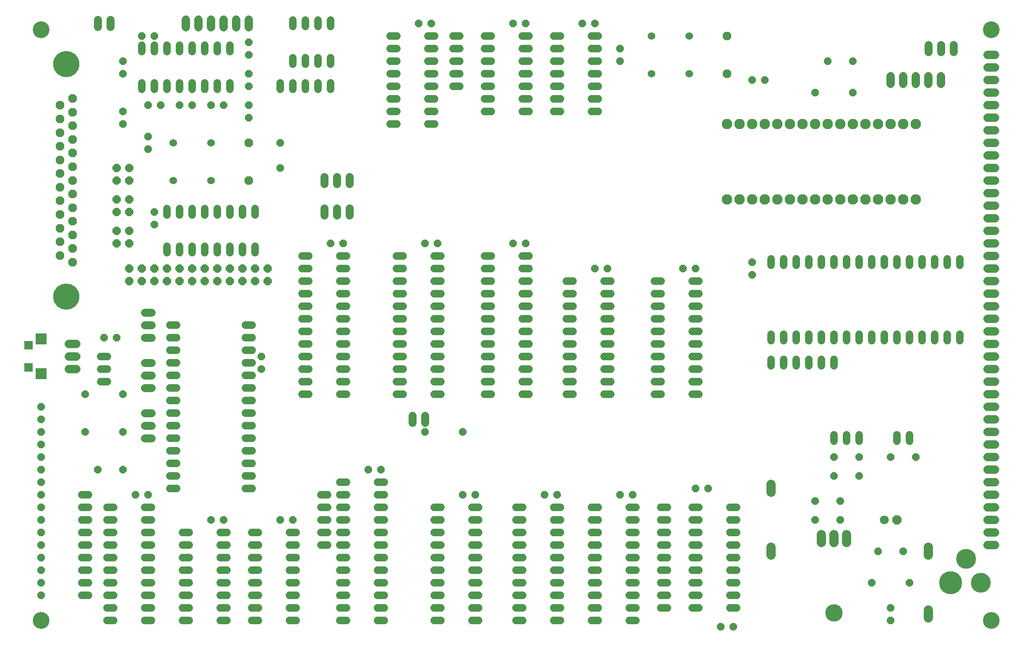
<source format=gts>
G04 EAGLE Gerber RS-274X export*
G75*
%MOMM*%
%FSLAX34Y34*%
%LPD*%
%INSoldermask Top*%
%IPPOS*%
%AMOC8*
5,1,8,0,0,1.08239X$1,22.5*%
G01*
%ADD10C,3.378200*%
%ADD11C,1.879600*%
%ADD12C,3.505200*%
%ADD13P,1.951982X8X22.500000*%
%ADD14C,1.803400*%
%ADD15P,1.649562X8X22.500000*%
%ADD16C,1.524000*%
%ADD17C,1.727200*%
%ADD18C,2.108200*%
%ADD19P,1.649562X8X112.500000*%
%ADD20C,1.524000*%
%ADD21R,1.727200X1.727200*%
%ADD22R,2.298700X2.298700*%
%ADD23P,1.649562X8X292.500000*%
%ADD24P,1.649562X8X202.500000*%
%ADD25P,1.759533X8X292.500000*%
%ADD26C,1.625600*%
%ADD27C,4.648200*%
%ADD28C,4.013200*%
%ADD29P,1.869504X8X112.500000*%
%ADD30C,5.283200*%
%ADD31P,1.869504X8X22.500000*%
%ADD32P,1.759533X8X22.500000*%


D10*
X38100Y38100D03*
X38100Y1231900D03*
X1955800Y1231900D03*
X1955800Y38100D03*
D11*
X1663700Y194818D02*
X1663700Y211582D01*
X1638300Y211582D02*
X1638300Y194818D01*
X1612900Y194818D02*
X1612900Y211582D01*
D12*
X1638300Y53340D03*
D13*
X1765300Y241300D03*
D14*
X1739900Y241300D03*
D15*
X1727200Y177800D03*
X1778000Y177800D03*
X1600200Y279400D03*
X1651000Y279400D03*
X1600200Y241300D03*
X1651000Y241300D03*
D16*
X1511300Y602996D02*
X1511300Y616204D01*
X1536700Y616204D02*
X1536700Y602996D01*
X1663700Y602996D02*
X1663700Y616204D01*
X1689100Y616204D02*
X1689100Y602996D01*
X1562100Y602996D02*
X1562100Y616204D01*
X1587500Y616204D02*
X1587500Y602996D01*
X1638300Y602996D02*
X1638300Y616204D01*
X1612900Y616204D02*
X1612900Y602996D01*
X1714500Y602996D02*
X1714500Y616204D01*
X1739900Y616204D02*
X1739900Y602996D01*
X1765300Y602996D02*
X1765300Y616204D01*
X1790700Y616204D02*
X1790700Y602996D01*
X1816100Y602996D02*
X1816100Y616204D01*
X1841500Y616204D02*
X1841500Y602996D01*
X1866900Y602996D02*
X1866900Y616204D01*
X1892300Y616204D02*
X1892300Y602996D01*
X1892300Y755396D02*
X1892300Y768604D01*
X1866900Y768604D02*
X1866900Y755396D01*
X1841500Y755396D02*
X1841500Y768604D01*
X1816100Y768604D02*
X1816100Y755396D01*
X1790700Y755396D02*
X1790700Y768604D01*
X1765300Y768604D02*
X1765300Y755396D01*
X1739900Y755396D02*
X1739900Y768604D01*
X1714500Y768604D02*
X1714500Y755396D01*
X1689100Y755396D02*
X1689100Y768604D01*
X1663700Y768604D02*
X1663700Y755396D01*
X1638300Y755396D02*
X1638300Y768604D01*
X1612900Y768604D02*
X1612900Y755396D01*
X1587500Y755396D02*
X1587500Y768604D01*
X1562100Y768604D02*
X1562100Y755396D01*
X1536700Y755396D02*
X1536700Y768604D01*
X1511300Y768604D02*
X1511300Y755396D01*
D17*
X1752600Y1122680D02*
X1752600Y1137920D01*
X1778000Y1137920D02*
X1778000Y1122680D01*
X1803400Y1122680D02*
X1803400Y1137920D01*
X1828800Y1137920D02*
X1828800Y1122680D01*
X1854200Y1122680D02*
X1854200Y1137920D01*
D18*
X1422400Y889000D03*
X1447800Y889000D03*
X1473200Y889000D03*
X1498600Y889000D03*
X1524000Y889000D03*
X1549400Y889000D03*
X1574800Y889000D03*
X1600200Y889000D03*
X1625600Y889000D03*
X1651000Y889000D03*
X1676400Y889000D03*
X1701800Y889000D03*
X1727200Y889000D03*
X1752600Y889000D03*
X1778000Y889000D03*
X1803400Y889000D03*
X1803400Y1041400D03*
X1778000Y1041400D03*
X1752600Y1041400D03*
X1727200Y1041400D03*
X1676400Y1041400D03*
X1651000Y1041400D03*
X1625600Y1041400D03*
X1600200Y1041400D03*
X1574800Y1041400D03*
X1549400Y1041400D03*
X1524000Y1041400D03*
X1498600Y1041400D03*
X1473200Y1041400D03*
X1447800Y1041400D03*
X1422400Y1041400D03*
X1701800Y1041400D03*
D15*
X1625600Y1168400D03*
X1676400Y1168400D03*
X152400Y342900D03*
X203200Y342900D03*
D19*
X520700Y952500D03*
X520700Y1003300D03*
D16*
X933196Y774700D02*
X946404Y774700D01*
X946404Y749300D02*
X933196Y749300D01*
X933196Y723900D02*
X946404Y723900D01*
X946404Y698500D02*
X933196Y698500D01*
X933196Y673100D02*
X946404Y673100D01*
X946404Y647700D02*
X933196Y647700D01*
X933196Y622300D02*
X946404Y622300D01*
X946404Y596900D02*
X933196Y596900D01*
X933196Y571500D02*
X946404Y571500D01*
X946404Y546100D02*
X933196Y546100D01*
X933196Y520700D02*
X946404Y520700D01*
X946404Y495300D02*
X933196Y495300D01*
X1009396Y495300D02*
X1022604Y495300D01*
X1022604Y520700D02*
X1009396Y520700D01*
X1009396Y546100D02*
X1022604Y546100D01*
X1022604Y571500D02*
X1009396Y571500D01*
X1009396Y596900D02*
X1022604Y596900D01*
X1022604Y622300D02*
X1009396Y622300D01*
X1009396Y647700D02*
X1022604Y647700D01*
X1022604Y673100D02*
X1009396Y673100D01*
X1009396Y698500D02*
X1022604Y698500D01*
X1022604Y723900D02*
X1009396Y723900D01*
X1009396Y749300D02*
X1022604Y749300D01*
X1022604Y774700D02*
X1009396Y774700D01*
X1072896Y1219200D02*
X1086104Y1219200D01*
X1086104Y1193800D02*
X1072896Y1193800D01*
X1072896Y1066800D02*
X1086104Y1066800D01*
X1149096Y1066800D02*
X1162304Y1066800D01*
X1086104Y1168400D02*
X1072896Y1168400D01*
X1072896Y1143000D02*
X1086104Y1143000D01*
X1086104Y1092200D02*
X1072896Y1092200D01*
X1072896Y1117600D02*
X1086104Y1117600D01*
X1149096Y1092200D02*
X1162304Y1092200D01*
X1162304Y1117600D02*
X1149096Y1117600D01*
X1149096Y1143000D02*
X1162304Y1143000D01*
X1162304Y1168400D02*
X1149096Y1168400D01*
X1149096Y1193800D02*
X1162304Y1193800D01*
X1162304Y1219200D02*
X1149096Y1219200D01*
D20*
X1270000Y1143000D03*
X1346200Y1143000D03*
X1346200Y1219200D03*
X1270000Y1219200D03*
D16*
X768604Y774700D02*
X755396Y774700D01*
X755396Y749300D02*
X768604Y749300D01*
X768604Y723900D02*
X755396Y723900D01*
X755396Y698500D02*
X768604Y698500D01*
X768604Y673100D02*
X755396Y673100D01*
X755396Y647700D02*
X768604Y647700D01*
X768604Y622300D02*
X755396Y622300D01*
X755396Y596900D02*
X768604Y596900D01*
X768604Y571500D02*
X755396Y571500D01*
X755396Y546100D02*
X768604Y546100D01*
X768604Y520700D02*
X755396Y520700D01*
X755396Y495300D02*
X768604Y495300D01*
X831596Y495300D02*
X844804Y495300D01*
X844804Y520700D02*
X831596Y520700D01*
X831596Y546100D02*
X844804Y546100D01*
X844804Y571500D02*
X831596Y571500D01*
X831596Y596900D02*
X844804Y596900D01*
X844804Y622300D02*
X831596Y622300D01*
X831596Y647700D02*
X844804Y647700D01*
X844804Y673100D02*
X831596Y673100D01*
X831596Y698500D02*
X844804Y698500D01*
X844804Y723900D02*
X831596Y723900D01*
X831596Y749300D02*
X844804Y749300D01*
X844804Y774700D02*
X831596Y774700D01*
D21*
X12954Y593979D03*
X12954Y549021D03*
D22*
X37846Y606552D03*
X37846Y536448D03*
D17*
X93980Y546100D02*
X109220Y546100D01*
X109220Y571500D02*
X93980Y571500D01*
X93980Y596900D02*
X109220Y596900D01*
D16*
X158496Y571500D02*
X171704Y571500D01*
X171704Y520700D02*
X158496Y520700D01*
X158496Y546100D02*
X171704Y546100D01*
D23*
X127000Y495300D03*
X127000Y419100D03*
D16*
X1149096Y266700D02*
X1162304Y266700D01*
X1162304Y241300D02*
X1149096Y241300D01*
X1149096Y114300D02*
X1162304Y114300D01*
X1162304Y88900D02*
X1149096Y88900D01*
X1149096Y215900D02*
X1162304Y215900D01*
X1162304Y190500D02*
X1149096Y190500D01*
X1149096Y139700D02*
X1162304Y139700D01*
X1162304Y165100D02*
X1149096Y165100D01*
X1149096Y63500D02*
X1162304Y63500D01*
X1162304Y38100D02*
X1149096Y38100D01*
X1225296Y38100D02*
X1238504Y38100D01*
X1238504Y63500D02*
X1225296Y63500D01*
X1225296Y88900D02*
X1238504Y88900D01*
X1238504Y114300D02*
X1225296Y114300D01*
X1225296Y139700D02*
X1238504Y139700D01*
X1238504Y165100D02*
X1225296Y165100D01*
X1225296Y190500D02*
X1238504Y190500D01*
X1238504Y215900D02*
X1225296Y215900D01*
X1225296Y241300D02*
X1238504Y241300D01*
X1238504Y266700D02*
X1225296Y266700D01*
X1288796Y266700D02*
X1302004Y266700D01*
X1302004Y241300D02*
X1288796Y241300D01*
X1288796Y215900D02*
X1302004Y215900D01*
X1302004Y190500D02*
X1288796Y190500D01*
X1288796Y165100D02*
X1302004Y165100D01*
X1302004Y139700D02*
X1288796Y139700D01*
X1288796Y114300D02*
X1302004Y114300D01*
X1302004Y88900D02*
X1288796Y88900D01*
X1288796Y63500D02*
X1302004Y63500D01*
X1111504Y723900D02*
X1098296Y723900D01*
X1098296Y698500D02*
X1111504Y698500D01*
X1111504Y571500D02*
X1098296Y571500D01*
X1098296Y546100D02*
X1111504Y546100D01*
X1111504Y673100D02*
X1098296Y673100D01*
X1098296Y647700D02*
X1111504Y647700D01*
X1111504Y596900D02*
X1098296Y596900D01*
X1098296Y622300D02*
X1111504Y622300D01*
X1111504Y520700D02*
X1098296Y520700D01*
X1098296Y495300D02*
X1111504Y495300D01*
X1174496Y495300D02*
X1187704Y495300D01*
X1187704Y520700D02*
X1174496Y520700D01*
X1174496Y546100D02*
X1187704Y546100D01*
X1187704Y571500D02*
X1174496Y571500D01*
X1174496Y596900D02*
X1187704Y596900D01*
X1187704Y622300D02*
X1174496Y622300D01*
X1174496Y647700D02*
X1187704Y647700D01*
X1187704Y673100D02*
X1174496Y673100D01*
X1174496Y698500D02*
X1187704Y698500D01*
X1187704Y723900D02*
X1174496Y723900D01*
X1276096Y723900D02*
X1289304Y723900D01*
X1289304Y698500D02*
X1276096Y698500D01*
X1276096Y571500D02*
X1289304Y571500D01*
X1289304Y546100D02*
X1276096Y546100D01*
X1276096Y673100D02*
X1289304Y673100D01*
X1289304Y647700D02*
X1276096Y647700D01*
X1276096Y596900D02*
X1289304Y596900D01*
X1289304Y622300D02*
X1276096Y622300D01*
X1276096Y520700D02*
X1289304Y520700D01*
X1289304Y495300D02*
X1276096Y495300D01*
X1352296Y495300D02*
X1365504Y495300D01*
X1365504Y520700D02*
X1352296Y520700D01*
X1352296Y546100D02*
X1365504Y546100D01*
X1365504Y571500D02*
X1352296Y571500D01*
X1352296Y596900D02*
X1365504Y596900D01*
X1365504Y622300D02*
X1352296Y622300D01*
X1352296Y647700D02*
X1365504Y647700D01*
X1365504Y673100D02*
X1352296Y673100D01*
X1352296Y698500D02*
X1365504Y698500D01*
X1365504Y723900D02*
X1352296Y723900D01*
X1352296Y266700D02*
X1365504Y266700D01*
X1365504Y241300D02*
X1352296Y241300D01*
X1352296Y215900D02*
X1365504Y215900D01*
X1365504Y190500D02*
X1352296Y190500D01*
X1352296Y165100D02*
X1365504Y165100D01*
X1365504Y139700D02*
X1352296Y139700D01*
X1352296Y114300D02*
X1365504Y114300D01*
X1365504Y88900D02*
X1352296Y88900D01*
X1352296Y63500D02*
X1365504Y63500D01*
X1428496Y63500D02*
X1441704Y63500D01*
X1441704Y88900D02*
X1428496Y88900D01*
X1428496Y114300D02*
X1441704Y114300D01*
X1441704Y139700D02*
X1428496Y139700D01*
X1428496Y165100D02*
X1441704Y165100D01*
X1441704Y190500D02*
X1428496Y190500D01*
X1428496Y215900D02*
X1441704Y215900D01*
X1441704Y241300D02*
X1428496Y241300D01*
X1428496Y266700D02*
X1441704Y266700D01*
X654304Y317500D02*
X641096Y317500D01*
X641096Y292100D02*
X654304Y292100D01*
X654304Y266700D02*
X641096Y266700D01*
X641096Y241300D02*
X654304Y241300D01*
X654304Y215900D02*
X641096Y215900D01*
X641096Y190500D02*
X654304Y190500D01*
X654304Y165100D02*
X641096Y165100D01*
X641096Y139700D02*
X654304Y139700D01*
X654304Y114300D02*
X641096Y114300D01*
X641096Y88900D02*
X654304Y88900D01*
X654304Y63500D02*
X641096Y63500D01*
X641096Y38100D02*
X654304Y38100D01*
X717296Y38100D02*
X730504Y38100D01*
X730504Y63500D02*
X717296Y63500D01*
X717296Y88900D02*
X730504Y88900D01*
X730504Y114300D02*
X717296Y114300D01*
X717296Y139700D02*
X730504Y139700D01*
X730504Y165100D02*
X717296Y165100D01*
X717296Y190500D02*
X730504Y190500D01*
X730504Y215900D02*
X717296Y215900D01*
X717296Y241300D02*
X730504Y241300D01*
X730504Y266700D02*
X717296Y266700D01*
X717296Y292100D02*
X730504Y292100D01*
X730504Y317500D02*
X717296Y317500D01*
X742696Y1219200D02*
X755904Y1219200D01*
X755904Y1193800D02*
X742696Y1193800D01*
X742696Y1066800D02*
X755904Y1066800D01*
X755904Y1041400D02*
X742696Y1041400D01*
X742696Y1168400D02*
X755904Y1168400D01*
X755904Y1143000D02*
X742696Y1143000D01*
X742696Y1092200D02*
X755904Y1092200D01*
X755904Y1117600D02*
X742696Y1117600D01*
X818896Y1041400D02*
X832104Y1041400D01*
X832104Y1066800D02*
X818896Y1066800D01*
X818896Y1092200D02*
X832104Y1092200D01*
X832104Y1117600D02*
X818896Y1117600D01*
X818896Y1143000D02*
X832104Y1143000D01*
X832104Y1168400D02*
X818896Y1168400D01*
X818896Y1193800D02*
X832104Y1193800D01*
X832104Y1219200D02*
X818896Y1219200D01*
X241300Y1124204D02*
X241300Y1110996D01*
X266700Y1110996D02*
X266700Y1124204D01*
X393700Y1124204D02*
X393700Y1110996D01*
X419100Y1110996D02*
X419100Y1124204D01*
X292100Y1124204D02*
X292100Y1110996D01*
X317500Y1110996D02*
X317500Y1124204D01*
X368300Y1124204D02*
X368300Y1110996D01*
X342900Y1110996D02*
X342900Y1124204D01*
X419100Y1187196D02*
X419100Y1200404D01*
X393700Y1200404D02*
X393700Y1187196D01*
X368300Y1187196D02*
X368300Y1200404D01*
X342900Y1200404D02*
X342900Y1187196D01*
X317500Y1187196D02*
X317500Y1200404D01*
X292100Y1200404D02*
X292100Y1187196D01*
X266700Y1187196D02*
X266700Y1200404D01*
X241300Y1200404D02*
X241300Y1187196D01*
D15*
X254000Y1079500D03*
X279400Y1079500D03*
X317500Y1079500D03*
X342900Y1079500D03*
D19*
X203200Y1143000D03*
X203200Y1168400D03*
D24*
X406400Y1079500D03*
X381000Y1079500D03*
D15*
X241300Y1219200D03*
X266700Y1219200D03*
D25*
X190500Y825500D03*
X190500Y800100D03*
X215900Y825500D03*
X215900Y800100D03*
X190500Y889000D03*
X190500Y863600D03*
X215900Y889000D03*
X215900Y863600D03*
X190500Y952500D03*
X190500Y927100D03*
X215900Y952500D03*
X215900Y927100D03*
D19*
X38100Y88900D03*
X38100Y114300D03*
X38100Y139700D03*
X38100Y165100D03*
X38100Y190500D03*
X38100Y215900D03*
X38100Y241300D03*
X38100Y266700D03*
X38100Y292100D03*
X38100Y317500D03*
X38100Y342900D03*
X38100Y368300D03*
X38100Y393700D03*
X38100Y419100D03*
X38100Y444500D03*
X38100Y469900D03*
D16*
X120396Y88900D02*
X133604Y88900D01*
X133604Y114300D02*
X120396Y114300D01*
X120396Y139700D02*
X133604Y139700D01*
X133604Y165100D02*
X120396Y165100D01*
X120396Y190500D02*
X133604Y190500D01*
X133604Y215900D02*
X120396Y215900D01*
X120396Y241300D02*
X133604Y241300D01*
X133604Y266700D02*
X120396Y266700D01*
X120396Y292100D02*
X133604Y292100D01*
X933196Y1219200D02*
X946404Y1219200D01*
X946404Y1193800D02*
X933196Y1193800D01*
X933196Y1066800D02*
X946404Y1066800D01*
X1009396Y1066800D02*
X1022604Y1066800D01*
X946404Y1168400D02*
X933196Y1168400D01*
X933196Y1143000D02*
X946404Y1143000D01*
X946404Y1092200D02*
X933196Y1092200D01*
X933196Y1117600D02*
X946404Y1117600D01*
X1009396Y1092200D02*
X1022604Y1092200D01*
X1022604Y1117600D02*
X1009396Y1117600D01*
X1009396Y1143000D02*
X1022604Y1143000D01*
X1022604Y1168400D02*
X1009396Y1168400D01*
X1009396Y1193800D02*
X1022604Y1193800D01*
X1022604Y1219200D02*
X1009396Y1219200D01*
D15*
X1638300Y330200D03*
X1689100Y330200D03*
D16*
X882904Y1219200D02*
X869696Y1219200D01*
X869696Y1193800D02*
X882904Y1193800D01*
X882904Y1168400D02*
X869696Y1168400D01*
X869696Y1143000D02*
X882904Y1143000D01*
X882904Y1117600D02*
X869696Y1117600D01*
X184404Y266700D02*
X171196Y266700D01*
X171196Y241300D02*
X184404Y241300D01*
X184404Y114300D02*
X171196Y114300D01*
X171196Y88900D02*
X184404Y88900D01*
X184404Y215900D02*
X171196Y215900D01*
X171196Y190500D02*
X184404Y190500D01*
X184404Y139700D02*
X171196Y139700D01*
X171196Y165100D02*
X184404Y165100D01*
X184404Y63500D02*
X171196Y63500D01*
X171196Y38100D02*
X184404Y38100D01*
X247396Y38100D02*
X260604Y38100D01*
X260604Y63500D02*
X247396Y63500D01*
X247396Y88900D02*
X260604Y88900D01*
X260604Y114300D02*
X247396Y114300D01*
X247396Y139700D02*
X260604Y139700D01*
X260604Y165100D02*
X247396Y165100D01*
X247396Y190500D02*
X260604Y190500D01*
X260604Y215900D02*
X247396Y215900D01*
X247396Y241300D02*
X260604Y241300D01*
X260604Y266700D02*
X247396Y266700D01*
X546100Y1161796D02*
X546100Y1175004D01*
X571500Y1175004D02*
X571500Y1161796D01*
X571500Y1237996D02*
X571500Y1251204D01*
X546100Y1251204D02*
X546100Y1237996D01*
X596900Y1175004D02*
X596900Y1161796D01*
X622300Y1161796D02*
X622300Y1175004D01*
X596900Y1237996D02*
X596900Y1251204D01*
X622300Y1251204D02*
X622300Y1237996D01*
X520700Y1124204D02*
X520700Y1110996D01*
X546100Y1110996D02*
X546100Y1124204D01*
X571500Y1124204D02*
X571500Y1110996D01*
X596900Y1110996D02*
X596900Y1124204D01*
X622300Y1124204D02*
X622300Y1110996D01*
D24*
X647700Y800100D03*
X622300Y800100D03*
D23*
X1206500Y1193800D03*
X1206500Y1168400D03*
D24*
X1016000Y1244600D03*
X990600Y1244600D03*
X1016000Y800100D03*
X990600Y800100D03*
X1155700Y1244600D03*
X1130300Y1244600D03*
X1358900Y749300D03*
X1333500Y749300D03*
X1181100Y749300D03*
X1155700Y749300D03*
X1384300Y304800D03*
X1358900Y304800D03*
X1231900Y292100D03*
X1206500Y292100D03*
D23*
X254000Y1016000D03*
X254000Y990600D03*
D24*
X1435100Y25400D03*
X1409700Y25400D03*
X546100Y241300D03*
X520700Y241300D03*
D15*
X1473200Y1130300D03*
X1498600Y1130300D03*
D24*
X723900Y342900D03*
X698500Y342900D03*
X254000Y292100D03*
X228600Y292100D03*
X825500Y1244600D03*
X800100Y1244600D03*
X1079500Y292100D03*
X1054100Y292100D03*
X838200Y800100D03*
X812800Y800100D03*
D19*
X1752600Y38100D03*
X1752600Y63500D03*
D15*
X1714500Y114300D03*
X1790700Y114300D03*
D16*
X578104Y774700D02*
X564896Y774700D01*
X564896Y749300D02*
X578104Y749300D01*
X578104Y723900D02*
X564896Y723900D01*
X564896Y698500D02*
X578104Y698500D01*
X578104Y673100D02*
X564896Y673100D01*
X564896Y647700D02*
X578104Y647700D01*
X578104Y622300D02*
X564896Y622300D01*
X564896Y596900D02*
X578104Y596900D01*
X578104Y571500D02*
X564896Y571500D01*
X564896Y546100D02*
X578104Y546100D01*
X578104Y520700D02*
X564896Y520700D01*
X564896Y495300D02*
X578104Y495300D01*
X641096Y495300D02*
X654304Y495300D01*
X654304Y520700D02*
X641096Y520700D01*
X641096Y546100D02*
X654304Y546100D01*
X654304Y571500D02*
X641096Y571500D01*
X641096Y596900D02*
X654304Y596900D01*
X654304Y622300D02*
X641096Y622300D01*
X641096Y647700D02*
X654304Y647700D01*
X654304Y673100D02*
X641096Y673100D01*
X641096Y698500D02*
X654304Y698500D01*
X654304Y723900D02*
X641096Y723900D01*
X641096Y749300D02*
X654304Y749300D01*
X654304Y774700D02*
X641096Y774700D01*
D26*
X609600Y919988D02*
X609600Y934212D01*
X635000Y934212D02*
X635000Y919988D01*
X660400Y919988D02*
X660400Y934212D01*
X609600Y870712D02*
X609600Y856488D01*
X635000Y856488D02*
X635000Y870712D01*
X660400Y870712D02*
X660400Y856488D01*
D23*
X1473200Y762000D03*
X1473200Y736600D03*
D16*
X1790700Y413004D02*
X1790700Y399796D01*
X1765300Y399796D02*
X1765300Y413004D01*
X1689100Y413004D02*
X1689100Y399796D01*
X1663700Y399796D02*
X1663700Y413004D01*
X1638300Y413004D02*
X1638300Y399796D01*
D24*
X1803400Y368300D03*
X1752600Y368300D03*
D15*
X1638300Y368300D03*
X1689100Y368300D03*
D27*
X1874000Y114300D03*
D28*
X1935000Y114300D03*
X1905000Y162300D03*
D11*
X1828800Y59182D02*
X1828800Y42418D01*
X1828800Y169418D02*
X1828800Y186182D01*
X1511300Y186182D02*
X1511300Y169418D01*
X1511300Y296418D02*
X1511300Y313182D01*
D16*
X476504Y215900D02*
X463296Y215900D01*
X463296Y190500D02*
X476504Y190500D01*
X476504Y63500D02*
X463296Y63500D01*
X463296Y38100D02*
X476504Y38100D01*
X476504Y165100D02*
X463296Y165100D01*
X463296Y139700D02*
X476504Y139700D01*
X476504Y88900D02*
X463296Y88900D01*
X463296Y114300D02*
X476504Y114300D01*
X539496Y38100D02*
X552704Y38100D01*
X552704Y63500D02*
X539496Y63500D01*
X539496Y88900D02*
X552704Y88900D01*
X552704Y114300D02*
X539496Y114300D01*
X539496Y139700D02*
X552704Y139700D01*
X552704Y165100D02*
X539496Y165100D01*
X539496Y190500D02*
X552704Y190500D01*
X552704Y215900D02*
X539496Y215900D01*
X1511300Y552196D02*
X1511300Y565404D01*
X1536700Y565404D02*
X1536700Y552196D01*
X1562100Y552196D02*
X1562100Y565404D01*
X1587500Y565404D02*
X1587500Y552196D01*
X1612900Y552196D02*
X1612900Y565404D01*
X1638300Y565404D02*
X1638300Y552196D01*
D24*
X1676400Y1104900D03*
X1600200Y1104900D03*
D29*
X101600Y761492D03*
X101600Y789178D03*
X101600Y816610D03*
X101600Y844296D03*
X101600Y871982D03*
X101600Y899414D03*
X101600Y927100D03*
X101600Y954786D03*
X101600Y982218D03*
X101600Y1009904D03*
X101600Y1037590D03*
X101600Y1065022D03*
X101600Y1092708D03*
X76200Y775208D03*
X76200Y802894D03*
X76200Y830580D03*
X76200Y858012D03*
X76200Y885698D03*
X76200Y913384D03*
X76200Y940816D03*
X76200Y968502D03*
X76200Y996188D03*
X76200Y1023620D03*
X76200Y1051306D03*
X76200Y1078992D03*
D30*
X88900Y691896D03*
X88900Y1162304D03*
D26*
X246888Y609600D02*
X261112Y609600D01*
X261112Y635000D02*
X246888Y635000D01*
X246888Y660400D02*
X261112Y660400D01*
D17*
X1948180Y698500D02*
X1963420Y698500D01*
X1963420Y723900D02*
X1948180Y723900D01*
X1948180Y749300D02*
X1963420Y749300D01*
X1963420Y774700D02*
X1948180Y774700D01*
X1948180Y800100D02*
X1963420Y800100D01*
X1963420Y825500D02*
X1948180Y825500D01*
X1948180Y850900D02*
X1963420Y850900D01*
X1963420Y876300D02*
X1948180Y876300D01*
X1948180Y901700D02*
X1963420Y901700D01*
X1963420Y927100D02*
X1948180Y927100D01*
X1948180Y952500D02*
X1963420Y952500D01*
X1963420Y977900D02*
X1948180Y977900D01*
X1948180Y1003300D02*
X1963420Y1003300D01*
X1963420Y1028700D02*
X1948180Y1028700D01*
X1948180Y1054100D02*
X1963420Y1054100D01*
X1963420Y1079500D02*
X1948180Y1079500D01*
X1948180Y1104900D02*
X1963420Y1104900D01*
X1963420Y1155700D02*
X1948180Y1155700D01*
X1948180Y1181100D02*
X1963420Y1181100D01*
X1963420Y1130300D02*
X1948180Y1130300D01*
X1948180Y190500D02*
X1963420Y190500D01*
X1963420Y215900D02*
X1948180Y215900D01*
X1948180Y241300D02*
X1963420Y241300D01*
X1963420Y266700D02*
X1948180Y266700D01*
X1948180Y292100D02*
X1963420Y292100D01*
X1963420Y317500D02*
X1948180Y317500D01*
X1948180Y342900D02*
X1963420Y342900D01*
X1963420Y368300D02*
X1948180Y368300D01*
X1948180Y393700D02*
X1963420Y393700D01*
X1963420Y419100D02*
X1948180Y419100D01*
X1948180Y444500D02*
X1963420Y444500D01*
X1963420Y469900D02*
X1948180Y469900D01*
X1948180Y495300D02*
X1963420Y495300D01*
X1963420Y520700D02*
X1948180Y520700D01*
X1948180Y546100D02*
X1963420Y546100D01*
X1963420Y571500D02*
X1948180Y571500D01*
X1948180Y596900D02*
X1963420Y596900D01*
X1963420Y622300D02*
X1948180Y622300D01*
X1948180Y647700D02*
X1963420Y647700D01*
X1963420Y673100D02*
X1948180Y673100D01*
D16*
X1009904Y266700D02*
X996696Y266700D01*
X996696Y241300D02*
X1009904Y241300D01*
X1009904Y114300D02*
X996696Y114300D01*
X996696Y88900D02*
X1009904Y88900D01*
X1009904Y215900D02*
X996696Y215900D01*
X996696Y190500D02*
X1009904Y190500D01*
X1009904Y139700D02*
X996696Y139700D01*
X996696Y165100D02*
X1009904Y165100D01*
X1009904Y63500D02*
X996696Y63500D01*
X996696Y38100D02*
X1009904Y38100D01*
X1072896Y38100D02*
X1086104Y38100D01*
X1086104Y63500D02*
X1072896Y63500D01*
X1072896Y88900D02*
X1086104Y88900D01*
X1086104Y114300D02*
X1072896Y114300D01*
X1072896Y139700D02*
X1086104Y139700D01*
X1086104Y165100D02*
X1072896Y165100D01*
X1072896Y190500D02*
X1086104Y190500D01*
X1086104Y215900D02*
X1072896Y215900D01*
X1072896Y241300D02*
X1086104Y241300D01*
X1086104Y266700D02*
X1072896Y266700D01*
X844804Y266700D02*
X831596Y266700D01*
X831596Y241300D02*
X844804Y241300D01*
X844804Y114300D02*
X831596Y114300D01*
X831596Y88900D02*
X844804Y88900D01*
X844804Y215900D02*
X831596Y215900D01*
X831596Y190500D02*
X844804Y190500D01*
X844804Y139700D02*
X831596Y139700D01*
X831596Y165100D02*
X844804Y165100D01*
X844804Y63500D02*
X831596Y63500D01*
X831596Y38100D02*
X844804Y38100D01*
X907796Y38100D02*
X921004Y38100D01*
X921004Y63500D02*
X907796Y63500D01*
X907796Y88900D02*
X921004Y88900D01*
X921004Y114300D02*
X907796Y114300D01*
X907796Y139700D02*
X921004Y139700D01*
X921004Y165100D02*
X907796Y165100D01*
X907796Y190500D02*
X921004Y190500D01*
X921004Y215900D02*
X907796Y215900D01*
X907796Y241300D02*
X921004Y241300D01*
X921004Y266700D02*
X907796Y266700D01*
D20*
X304800Y927100D03*
X381000Y927100D03*
X381000Y1003300D03*
X304800Y1003300D03*
D15*
X165100Y609600D03*
X190500Y609600D03*
D31*
X457200Y1003300D03*
X457200Y927100D03*
D16*
X311404Y635000D02*
X298196Y635000D01*
X298196Y609600D02*
X311404Y609600D01*
X311404Y584200D02*
X298196Y584200D01*
X298196Y558800D02*
X311404Y558800D01*
X311404Y533400D02*
X298196Y533400D01*
X298196Y508000D02*
X311404Y508000D01*
X311404Y482600D02*
X298196Y482600D01*
X298196Y457200D02*
X311404Y457200D01*
X311404Y431800D02*
X298196Y431800D01*
X298196Y406400D02*
X311404Y406400D01*
X311404Y381000D02*
X298196Y381000D01*
X298196Y355600D02*
X311404Y355600D01*
X311404Y330200D02*
X298196Y330200D01*
X298196Y304800D02*
X311404Y304800D01*
X450596Y304800D02*
X463804Y304800D01*
X463804Y330200D02*
X450596Y330200D01*
X450596Y355600D02*
X463804Y355600D01*
X463804Y381000D02*
X450596Y381000D01*
X450596Y406400D02*
X463804Y406400D01*
X463804Y431800D02*
X450596Y431800D01*
X450596Y457200D02*
X463804Y457200D01*
X463804Y482600D02*
X450596Y482600D01*
X450596Y508000D02*
X463804Y508000D01*
X463804Y533400D02*
X450596Y533400D01*
X450596Y558800D02*
X463804Y558800D01*
X463804Y584200D02*
X450596Y584200D01*
X450596Y609600D02*
X463804Y609600D01*
X463804Y635000D02*
X450596Y635000D01*
X292100Y780796D02*
X292100Y794004D01*
X317500Y794004D02*
X317500Y780796D01*
X444500Y780796D02*
X444500Y794004D01*
X469900Y794004D02*
X469900Y780796D01*
X342900Y780796D02*
X342900Y794004D01*
X368300Y794004D02*
X368300Y780796D01*
X419100Y780796D02*
X419100Y794004D01*
X393700Y794004D02*
X393700Y780796D01*
X469900Y856996D02*
X469900Y870204D01*
X444500Y870204D02*
X444500Y856996D01*
X419100Y856996D02*
X419100Y870204D01*
X393700Y870204D02*
X393700Y856996D01*
X368300Y856996D02*
X368300Y870204D01*
X342900Y870204D02*
X342900Y856996D01*
X317500Y856996D02*
X317500Y870204D01*
X292100Y870204D02*
X292100Y856996D01*
D26*
X261112Y508000D02*
X246888Y508000D01*
X246888Y533400D02*
X261112Y533400D01*
X261112Y558800D02*
X246888Y558800D01*
D23*
X203200Y495300D03*
X203200Y419100D03*
D26*
X246888Y406400D02*
X261112Y406400D01*
X261112Y431800D02*
X246888Y431800D01*
X246888Y457200D02*
X261112Y457200D01*
X1828800Y1186688D02*
X1828800Y1200912D01*
X1854200Y1200912D02*
X1854200Y1186688D01*
X1879600Y1186688D02*
X1879600Y1200912D01*
D32*
X215900Y723900D03*
X215900Y749300D03*
X241300Y723900D03*
X241300Y749300D03*
X266700Y723900D03*
X266700Y749300D03*
X292100Y723900D03*
X292100Y749300D03*
X317500Y723900D03*
X317500Y749300D03*
X342900Y723900D03*
X342900Y749300D03*
X368300Y723900D03*
X368300Y749300D03*
X393700Y723900D03*
X393700Y749300D03*
X419100Y723900D03*
X419100Y749300D03*
X444500Y723900D03*
X444500Y749300D03*
X469900Y723900D03*
X469900Y749300D03*
X495300Y749300D03*
X495300Y723900D03*
D23*
X482600Y571500D03*
X482600Y546100D03*
X266700Y863600D03*
X266700Y838200D03*
D16*
X323596Y215900D02*
X336804Y215900D01*
X336804Y190500D02*
X323596Y190500D01*
X323596Y63500D02*
X336804Y63500D01*
X336804Y38100D02*
X323596Y38100D01*
X323596Y165100D02*
X336804Y165100D01*
X336804Y139700D02*
X323596Y139700D01*
X323596Y88900D02*
X336804Y88900D01*
X336804Y114300D02*
X323596Y114300D01*
X399796Y38100D02*
X413004Y38100D01*
X413004Y63500D02*
X399796Y63500D01*
X399796Y88900D02*
X413004Y88900D01*
X413004Y114300D02*
X399796Y114300D01*
X399796Y139700D02*
X413004Y139700D01*
X413004Y165100D02*
X399796Y165100D01*
X399796Y190500D02*
X413004Y190500D01*
X413004Y215900D02*
X399796Y215900D01*
D24*
X406400Y241300D03*
X381000Y241300D03*
D31*
X1422400Y1219200D03*
X1422400Y1143000D03*
D17*
X330200Y1236980D02*
X330200Y1252220D01*
X355600Y1252220D02*
X355600Y1236980D01*
X381000Y1236980D02*
X381000Y1252220D01*
X406400Y1252220D02*
X406400Y1236980D01*
X431800Y1236980D02*
X431800Y1252220D01*
X457200Y1252220D02*
X457200Y1236980D01*
D19*
X203200Y1041400D03*
X203200Y1066800D03*
X457200Y1117600D03*
X457200Y1143000D03*
X457200Y1054100D03*
X457200Y1079500D03*
D26*
X177800Y1237488D02*
X177800Y1251712D01*
X152400Y1251712D02*
X152400Y1237488D01*
D19*
X457200Y1181100D03*
X457200Y1206500D03*
D24*
X914400Y292100D03*
X889000Y292100D03*
D16*
X616204Y190500D02*
X602996Y190500D01*
X602996Y215900D02*
X616204Y215900D01*
X616204Y241300D02*
X602996Y241300D01*
X602996Y266700D02*
X616204Y266700D01*
X616204Y292100D02*
X602996Y292100D01*
D26*
X787400Y437388D02*
X787400Y451612D01*
X812800Y451612D02*
X812800Y437388D01*
D15*
X812800Y419100D03*
X889000Y419100D03*
M02*

</source>
